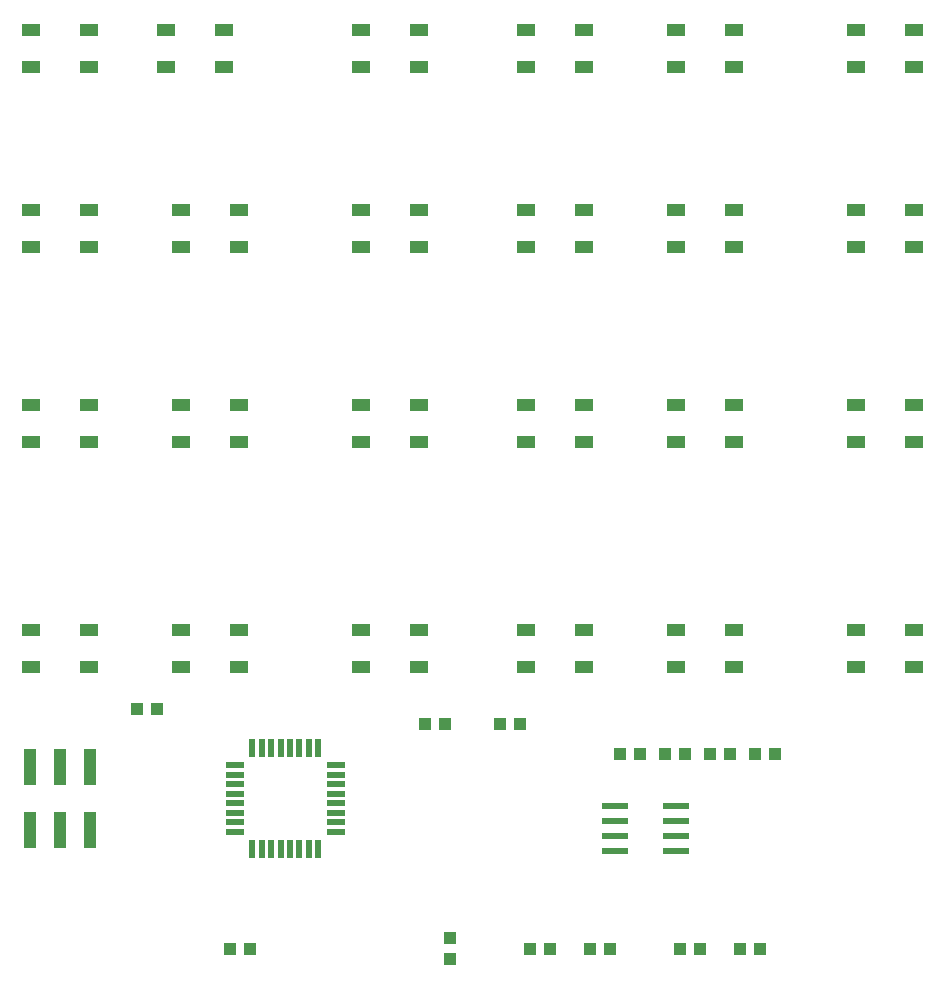
<source format=gtp>
G75*
%MOIN*%
%OFA0B0*%
%FSLAX25Y25*%
%IPPOS*%
%LPD*%
%AMOC8*
5,1,8,0,0,1.08239X$1,22.5*
%
%ADD10R,0.05906X0.03937*%
%ADD11R,0.03937X0.12205*%
%ADD12R,0.05906X0.02165*%
%ADD13R,0.02165X0.05906*%
%ADD14R,0.08661X0.02362*%
%ADD15R,0.03937X0.04331*%
%ADD16R,0.04331X0.03937*%
D10*
X0012654Y0131889D03*
X0012654Y0144488D03*
X0031946Y0144488D03*
X0031946Y0131889D03*
X0062654Y0131889D03*
X0062654Y0144488D03*
X0081946Y0144488D03*
X0081946Y0131889D03*
X0122654Y0131889D03*
X0122654Y0144488D03*
X0141946Y0144488D03*
X0141946Y0131889D03*
X0177654Y0131889D03*
X0177654Y0144488D03*
X0196946Y0144488D03*
X0196946Y0131889D03*
X0227654Y0131889D03*
X0227654Y0144488D03*
X0246946Y0144488D03*
X0246946Y0131889D03*
X0287654Y0131889D03*
X0287654Y0144488D03*
X0306946Y0144488D03*
X0306946Y0131889D03*
X0306946Y0206889D03*
X0306946Y0219488D03*
X0287654Y0219488D03*
X0287654Y0206889D03*
X0246946Y0206889D03*
X0246946Y0219488D03*
X0227654Y0219488D03*
X0227654Y0206889D03*
X0196946Y0206889D03*
X0196946Y0219488D03*
X0177654Y0219488D03*
X0177654Y0206889D03*
X0141946Y0206889D03*
X0141946Y0219488D03*
X0122654Y0219488D03*
X0122654Y0206889D03*
X0081946Y0206889D03*
X0081946Y0219488D03*
X0062654Y0219488D03*
X0062654Y0206889D03*
X0031946Y0206889D03*
X0031946Y0219488D03*
X0012654Y0219488D03*
X0012654Y0206889D03*
X0012654Y0271889D03*
X0012654Y0284488D03*
X0031946Y0284488D03*
X0031946Y0271889D03*
X0062654Y0271889D03*
X0062654Y0284488D03*
X0081946Y0284488D03*
X0081946Y0271889D03*
X0122654Y0271889D03*
X0122654Y0284488D03*
X0141946Y0284488D03*
X0141946Y0271889D03*
X0177654Y0271889D03*
X0177654Y0284488D03*
X0196946Y0284488D03*
X0196946Y0271889D03*
X0227654Y0271889D03*
X0227654Y0284488D03*
X0246946Y0284488D03*
X0246946Y0271889D03*
X0287654Y0271889D03*
X0287654Y0284488D03*
X0306946Y0284488D03*
X0306946Y0271889D03*
X0306946Y0331889D03*
X0306946Y0344488D03*
X0287654Y0344488D03*
X0287654Y0331889D03*
X0246946Y0331889D03*
X0246946Y0344488D03*
X0227654Y0344488D03*
X0227654Y0331889D03*
X0196946Y0331889D03*
X0196946Y0344488D03*
X0177654Y0344488D03*
X0177654Y0331889D03*
X0141946Y0331889D03*
X0141946Y0344488D03*
X0122654Y0344488D03*
X0122654Y0331889D03*
X0076946Y0331889D03*
X0076946Y0344488D03*
X0057654Y0344488D03*
X0057654Y0331889D03*
X0031946Y0331889D03*
X0031946Y0344488D03*
X0012654Y0344488D03*
X0012654Y0331889D03*
D11*
X0012300Y0077558D03*
X0022300Y0077558D03*
X0032300Y0077558D03*
X0032300Y0098818D03*
X0022300Y0098818D03*
X0012300Y0098818D03*
D12*
X0080371Y0099212D03*
X0080371Y0096062D03*
X0080371Y0092913D03*
X0080371Y0089763D03*
X0080371Y0086614D03*
X0080371Y0083464D03*
X0080371Y0080314D03*
X0080371Y0077165D03*
X0114229Y0077165D03*
X0114229Y0080314D03*
X0114229Y0083464D03*
X0114229Y0086614D03*
X0114229Y0089763D03*
X0114229Y0092913D03*
X0114229Y0096062D03*
X0114229Y0099212D03*
D13*
X0108324Y0105117D03*
X0105174Y0105117D03*
X0102024Y0105117D03*
X0098875Y0105117D03*
X0095725Y0105117D03*
X0092576Y0105117D03*
X0089426Y0105117D03*
X0086276Y0105117D03*
X0086276Y0071259D03*
X0089426Y0071259D03*
X0092576Y0071259D03*
X0095725Y0071259D03*
X0098875Y0071259D03*
X0102024Y0071259D03*
X0105174Y0071259D03*
X0108324Y0071259D03*
D14*
X0207064Y0070688D03*
X0207064Y0075688D03*
X0207064Y0080688D03*
X0207064Y0085688D03*
X0227536Y0085688D03*
X0227536Y0080688D03*
X0227536Y0075688D03*
X0227536Y0070688D03*
D15*
X0228954Y0038188D03*
X0235646Y0038188D03*
X0248954Y0038188D03*
X0255646Y0038188D03*
X0205646Y0038188D03*
X0198954Y0038188D03*
X0185646Y0038188D03*
X0178954Y0038188D03*
X0208954Y0103188D03*
X0215646Y0103188D03*
X0223954Y0103188D03*
X0230646Y0103188D03*
X0238954Y0103188D03*
X0245646Y0103188D03*
X0253954Y0103188D03*
X0260646Y0103188D03*
X0085646Y0038188D03*
X0078954Y0038188D03*
X0054416Y0118188D03*
X0047723Y0118188D03*
D16*
X0143954Y0113188D03*
X0150646Y0113188D03*
X0168954Y0113188D03*
X0175646Y0113188D03*
X0152300Y0041535D03*
X0152300Y0034842D03*
M02*

</source>
